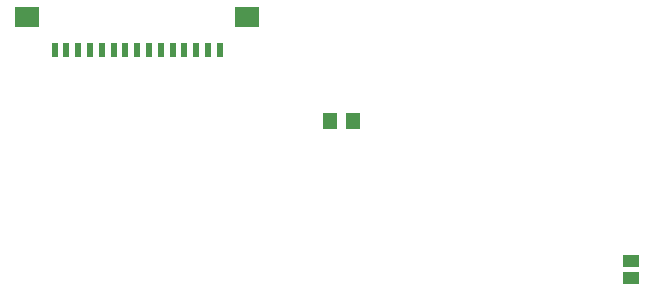
<source format=gtp>
G04*
G04 #@! TF.GenerationSoftware,Altium Limited,Altium Designer,20.1.12 (249)*
G04*
G04 Layer_Color=8421504*
%FSLAX25Y25*%
%MOIN*%
G70*
G04*
G04 #@! TF.SameCoordinates,7D01FC5B-E23C-4C92-B969-1582809840FB*
G04*
G04*
G04 #@! TF.FilePolarity,Positive*
G04*
G01*
G75*
%ADD15R,0.04724X0.05709*%
%ADD16R,0.05315X0.04331*%
%ADD17R,0.02362X0.05118*%
%ADD18R,0.07874X0.07087*%
D15*
X321663Y234000D02*
D03*
X329537D02*
D03*
D16*
X422000Y187356D02*
D03*
Y181844D02*
D03*
D17*
X229941Y257811D02*
D03*
X233878D02*
D03*
X245689D02*
D03*
X249626D02*
D03*
X269311D02*
D03*
X273248D02*
D03*
X277185D02*
D03*
X281122D02*
D03*
X285059D02*
D03*
X265374D02*
D03*
X261437D02*
D03*
X257500D02*
D03*
X253563D02*
D03*
X241752D02*
D03*
X237815D02*
D03*
D18*
X294114Y268638D02*
D03*
X220886D02*
D03*
M02*

</source>
